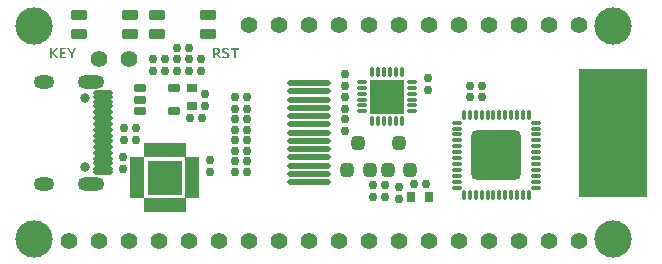
<source format=gts>
G04*
G04 #@! TF.GenerationSoftware,Altium Limited,Altium Designer,21.2.1 (34)*
G04*
G04 Layer_Color=8388736*
%FSLAX25Y25*%
%MOIN*%
G70*
G04*
G04 #@! TF.SameCoordinates,24BC1A3A-2B15-4BCB-8D07-746B5B0C7B57*
G04*
G04*
G04 #@! TF.FilePolarity,Negative*
G04*
G01*
G75*
%ADD36R,0.22500X0.42500*%
G04:AMPARAMS|DCode=37|XSize=166mil|YSize=166mil|CornerRadius=19mil|HoleSize=0mil|Usage=FLASHONLY|Rotation=270.000|XOffset=0mil|YOffset=0mil|HoleType=Round|Shape=RoundedRectangle|*
%AMROUNDEDRECTD37*
21,1,0.16600,0.12800,0,0,270.0*
21,1,0.12800,0.16600,0,0,270.0*
1,1,0.03800,-0.06400,-0.06400*
1,1,0.03800,-0.06400,0.06400*
1,1,0.03800,0.06400,0.06400*
1,1,0.03800,0.06400,-0.06400*
%
%ADD37ROUNDEDRECTD37*%
G04:AMPARAMS|DCode=38|XSize=32.58mil|YSize=15.84mil|CornerRadius=5.46mil|HoleSize=0mil|Usage=FLASHONLY|Rotation=270.000|XOffset=0mil|YOffset=0mil|HoleType=Round|Shape=RoundedRectangle|*
%AMROUNDEDRECTD38*
21,1,0.03258,0.00492,0,0,270.0*
21,1,0.02165,0.01584,0,0,270.0*
1,1,0.01092,-0.00246,-0.01083*
1,1,0.01092,-0.00246,0.01083*
1,1,0.01092,0.00246,0.01083*
1,1,0.01092,0.00246,-0.01083*
%
%ADD38ROUNDEDRECTD38*%
G04:AMPARAMS|DCode=39|XSize=32.58mil|YSize=15.84mil|CornerRadius=5.46mil|HoleSize=0mil|Usage=FLASHONLY|Rotation=0.000|XOffset=0mil|YOffset=0mil|HoleType=Round|Shape=RoundedRectangle|*
%AMROUNDEDRECTD39*
21,1,0.03258,0.00492,0,0,0.0*
21,1,0.02165,0.01584,0,0,0.0*
1,1,0.01092,0.01083,-0.00246*
1,1,0.01092,-0.01083,-0.00246*
1,1,0.01092,-0.01083,0.00246*
1,1,0.01092,0.01083,0.00246*
%
%ADD39ROUNDEDRECTD39*%
G04:AMPARAMS|DCode=40|XSize=26mil|YSize=26mil|CornerRadius=8mil|HoleSize=0mil|Usage=FLASHONLY|Rotation=270.000|XOffset=0mil|YOffset=0mil|HoleType=Round|Shape=RoundedRectangle|*
%AMROUNDEDRECTD40*
21,1,0.02600,0.01000,0,0,270.0*
21,1,0.01000,0.02600,0,0,270.0*
1,1,0.01600,-0.00500,-0.00500*
1,1,0.01600,-0.00500,0.00500*
1,1,0.01600,0.00500,0.00500*
1,1,0.01600,0.00500,-0.00500*
%
%ADD40ROUNDEDRECTD40*%
G04:AMPARAMS|DCode=41|XSize=43.4mil|YSize=45.37mil|CornerRadius=12.35mil|HoleSize=0mil|Usage=FLASHONLY|Rotation=0.000|XOffset=0mil|YOffset=0mil|HoleType=Round|Shape=RoundedRectangle|*
%AMROUNDEDRECTD41*
21,1,0.04340,0.02067,0,0,0.0*
21,1,0.01870,0.04537,0,0,0.0*
1,1,0.02470,0.00935,-0.01034*
1,1,0.02470,-0.00935,-0.01034*
1,1,0.02470,-0.00935,0.01034*
1,1,0.02470,0.00935,0.01034*
%
%ADD41ROUNDEDRECTD41*%
G04:AMPARAMS|DCode=42|XSize=36mil|YSize=28mil|CornerRadius=8.5mil|HoleSize=0mil|Usage=FLASHONLY|Rotation=180.000|XOffset=0mil|YOffset=0mil|HoleType=Round|Shape=RoundedRectangle|*
%AMROUNDEDRECTD42*
21,1,0.03600,0.01100,0,0,180.0*
21,1,0.01900,0.02800,0,0,180.0*
1,1,0.01700,-0.00950,0.00550*
1,1,0.01700,0.00950,0.00550*
1,1,0.01700,0.00950,-0.00550*
1,1,0.01700,-0.00950,-0.00550*
%
%ADD42ROUNDEDRECTD42*%
G04:AMPARAMS|DCode=43|XSize=26mil|YSize=26mil|CornerRadius=8mil|HoleSize=0mil|Usage=FLASHONLY|Rotation=180.000|XOffset=0mil|YOffset=0mil|HoleType=Round|Shape=RoundedRectangle|*
%AMROUNDEDRECTD43*
21,1,0.02600,0.01000,0,0,180.0*
21,1,0.01000,0.02600,0,0,180.0*
1,1,0.01600,-0.00500,0.00500*
1,1,0.01600,0.00500,0.00500*
1,1,0.01600,0.00500,-0.00500*
1,1,0.01600,-0.00500,-0.00500*
%
%ADD43ROUNDEDRECTD43*%
G04:AMPARAMS|DCode=44|XSize=21.75mil|YSize=143.79mil|CornerRadius=6.94mil|HoleSize=0mil|Usage=FLASHONLY|Rotation=270.000|XOffset=0mil|YOffset=0mil|HoleType=Round|Shape=RoundedRectangle|*
%AMROUNDEDRECTD44*
21,1,0.02175,0.12992,0,0,270.0*
21,1,0.00787,0.14379,0,0,270.0*
1,1,0.01387,-0.06496,-0.00394*
1,1,0.01387,-0.06496,0.00394*
1,1,0.01387,0.06496,0.00394*
1,1,0.01387,0.06496,-0.00394*
%
%ADD44ROUNDEDRECTD44*%
%ADD45R,0.11624X0.11230*%
G04:AMPARAMS|DCode=46|XSize=22mil|YSize=48mil|CornerRadius=8mil|HoleSize=0mil|Usage=FLASHONLY|Rotation=90.000|XOffset=0mil|YOffset=0mil|HoleType=Round|Shape=RoundedRectangle|*
%AMROUNDEDRECTD46*
21,1,0.02200,0.03200,0,0,90.0*
21,1,0.00600,0.04800,0,0,90.0*
1,1,0.01600,0.01600,0.00300*
1,1,0.01600,0.01600,-0.00300*
1,1,0.01600,-0.01600,-0.00300*
1,1,0.01600,-0.01600,0.00300*
%
%ADD46ROUNDEDRECTD46*%
G04:AMPARAMS|DCode=47|XSize=22mil|YSize=48mil|CornerRadius=8mil|HoleSize=0mil|Usage=FLASHONLY|Rotation=180.000|XOffset=0mil|YOffset=0mil|HoleType=Round|Shape=RoundedRectangle|*
%AMROUNDEDRECTD47*
21,1,0.02200,0.03200,0,0,180.0*
21,1,0.00600,0.04800,0,0,180.0*
1,1,0.01600,-0.00300,0.01600*
1,1,0.01600,0.00300,0.01600*
1,1,0.01600,0.00300,-0.01600*
1,1,0.01600,-0.00300,-0.01600*
%
%ADD47ROUNDEDRECTD47*%
G04:AMPARAMS|DCode=48|XSize=29.62mil|YSize=41mil|CornerRadius=8.91mil|HoleSize=0mil|Usage=FLASHONLY|Rotation=90.000|XOffset=0mil|YOffset=0mil|HoleType=Round|Shape=RoundedRectangle|*
%AMROUNDEDRECTD48*
21,1,0.02962,0.02319,0,0,90.0*
21,1,0.01181,0.04100,0,0,90.0*
1,1,0.01781,0.01159,0.00591*
1,1,0.01781,0.01159,-0.00591*
1,1,0.01781,-0.01159,-0.00591*
1,1,0.01781,-0.01159,0.00591*
%
%ADD48ROUNDEDRECTD48*%
G04:AMPARAMS|DCode=49|XSize=36mil|YSize=28mil|CornerRadius=8.5mil|HoleSize=0mil|Usage=FLASHONLY|Rotation=270.000|XOffset=0mil|YOffset=0mil|HoleType=Round|Shape=RoundedRectangle|*
%AMROUNDEDRECTD49*
21,1,0.03600,0.01100,0,0,270.0*
21,1,0.01900,0.02800,0,0,270.0*
1,1,0.01700,-0.00550,-0.00950*
1,1,0.01700,-0.00550,0.00950*
1,1,0.01700,0.00550,0.00950*
1,1,0.01700,0.00550,-0.00950*
%
%ADD49ROUNDEDRECTD49*%
G04:AMPARAMS|DCode=50|XSize=37.5mil|YSize=76.87mil|CornerRadius=10.87mil|HoleSize=0mil|Usage=FLASHONLY|Rotation=270.000|XOffset=0mil|YOffset=0mil|HoleType=Round|Shape=RoundedRectangle|*
%AMROUNDEDRECTD50*
21,1,0.03750,0.05512,0,0,270.0*
21,1,0.01575,0.07687,0,0,270.0*
1,1,0.02175,-0.02756,-0.00787*
1,1,0.02175,-0.02756,0.00787*
1,1,0.02175,0.02756,0.00787*
1,1,0.02175,0.02756,-0.00787*
%
%ADD50ROUNDEDRECTD50*%
G04:AMPARAMS|DCode=51|XSize=65.06mil|YSize=17.81mil|CornerRadius=5.95mil|HoleSize=0mil|Usage=FLASHONLY|Rotation=0.000|XOffset=0mil|YOffset=0mil|HoleType=Round|Shape=RoundedRectangle|*
%AMROUNDEDRECTD51*
21,1,0.06506,0.00591,0,0,0.0*
21,1,0.05315,0.01781,0,0,0.0*
1,1,0.01191,0.02657,-0.00295*
1,1,0.01191,-0.02657,-0.00295*
1,1,0.01191,-0.02657,0.00295*
1,1,0.01191,0.02657,0.00295*
%
%ADD51ROUNDEDRECTD51*%
%ADD52R,0.11230X0.11624*%
%ADD53O,0.03356X0.01584*%
%ADD54O,0.01584X0.03356*%
G04:AMPARAMS|DCode=55|XSize=56mil|YSize=36mil|CornerRadius=10.5mil|HoleSize=0mil|Usage=FLASHONLY|Rotation=180.000|XOffset=0mil|YOffset=0mil|HoleType=Round|Shape=RoundedRectangle|*
%AMROUNDEDRECTD55*
21,1,0.05600,0.01500,0,0,180.0*
21,1,0.03500,0.03600,0,0,180.0*
1,1,0.02100,-0.01750,0.00750*
1,1,0.02100,0.01750,0.00750*
1,1,0.02100,0.01750,-0.00750*
1,1,0.02100,-0.01750,-0.00750*
%
%ADD55ROUNDEDRECTD55*%
%ADD56C,0.05600*%
%ADD57C,0.12411*%
%ADD58O,0.08868X0.04537*%
%ADD59O,0.06899X0.04537*%
%ADD60C,0.03159*%
G36*
X20244Y26089D02*
Y24763D01*
X19572D01*
Y26084D01*
X18440Y28237D01*
X19151D01*
X19917Y26639D01*
X20694Y28237D01*
X21376D01*
X20244Y26089D01*
D02*
G37*
G36*
X18002Y27710D02*
X16609D01*
Y26783D01*
X17830D01*
Y26267D01*
X16609D01*
Y25284D01*
X18102D01*
Y24763D01*
X15937D01*
Y28237D01*
X18074D01*
X18002Y27710D01*
D02*
G37*
G36*
X14122Y26650D02*
X15399Y24763D01*
X14639D01*
X13484Y26500D01*
Y26722D01*
X14600Y28237D01*
X15305D01*
X14122Y26650D01*
D02*
G37*
G36*
X13484Y26722D02*
X13407Y26617D01*
X13484Y26500D01*
Y24763D01*
X12813D01*
Y28237D01*
X13484D01*
Y26722D01*
D02*
G37*
G36*
X71339Y28295D02*
X71389D01*
X71450Y28290D01*
X71522Y28279D01*
X71600Y28262D01*
X71683Y28245D01*
X71777Y28223D01*
X71872Y28190D01*
X71972Y28157D01*
X72066Y28112D01*
X72166Y28062D01*
X72266Y28001D01*
X72360Y27929D01*
X72455Y27851D01*
X72110Y27463D01*
X72105Y27468D01*
X72094Y27474D01*
X72072Y27491D01*
X72044Y27507D01*
X72010Y27535D01*
X71972Y27557D01*
X71922Y27585D01*
X71872Y27613D01*
X71750Y27668D01*
X71616Y27718D01*
X71467Y27751D01*
X71389Y27757D01*
X71306Y27763D01*
X71261D01*
X71217Y27757D01*
X71161Y27751D01*
X71095Y27735D01*
X71023Y27718D01*
X70956Y27691D01*
X70895Y27657D01*
X70889Y27652D01*
X70873Y27641D01*
X70845Y27618D01*
X70823Y27585D01*
X70795Y27546D01*
X70767Y27496D01*
X70751Y27441D01*
X70745Y27374D01*
Y27369D01*
Y27358D01*
X70751Y27335D01*
Y27308D01*
X70773Y27241D01*
X70784Y27208D01*
X70806Y27174D01*
X70812Y27169D01*
X70817Y27158D01*
X70834Y27147D01*
X70862Y27124D01*
X70889Y27102D01*
X70928Y27074D01*
X70978Y27047D01*
X71034Y27019D01*
X71039Y27013D01*
X71061Y27008D01*
X71100Y26991D01*
X71150Y26969D01*
X71217Y26947D01*
X71300Y26919D01*
X71394Y26886D01*
X71500Y26852D01*
X71505D01*
X71522Y26847D01*
X71550Y26836D01*
X71583Y26825D01*
X71622Y26808D01*
X71672Y26791D01*
X71783Y26747D01*
X71905Y26691D01*
X72033Y26625D01*
X72155Y26547D01*
X72266Y26458D01*
X72271D01*
X72277Y26447D01*
X72310Y26414D01*
X72355Y26359D01*
X72404Y26281D01*
X72455Y26186D01*
X72493Y26064D01*
X72527Y25926D01*
X72532Y25848D01*
X72538Y25765D01*
Y25759D01*
Y25748D01*
Y25731D01*
Y25709D01*
X72532Y25648D01*
X72515Y25576D01*
X72499Y25487D01*
X72471Y25393D01*
X72432Y25293D01*
X72377Y25199D01*
X72371Y25187D01*
X72349Y25160D01*
X72310Y25115D01*
X72260Y25065D01*
X72194Y25004D01*
X72110Y24943D01*
X72016Y24882D01*
X71911Y24827D01*
X71905D01*
X71899Y24821D01*
X71877Y24816D01*
X71855Y24804D01*
X71827Y24799D01*
X71794Y24788D01*
X71705Y24766D01*
X71600Y24738D01*
X71478Y24721D01*
X71345Y24705D01*
X71195Y24699D01*
X71161D01*
X71117Y24705D01*
X71061D01*
X70995Y24716D01*
X70917Y24727D01*
X70828Y24738D01*
X70734Y24760D01*
X70628Y24788D01*
X70523Y24821D01*
X70418Y24860D01*
X70312Y24904D01*
X70201Y24960D01*
X70096Y25027D01*
X69996Y25104D01*
X69902Y25187D01*
X70262Y25593D01*
X70268Y25587D01*
X70279Y25576D01*
X70301Y25559D01*
X70334Y25537D01*
X70373Y25509D01*
X70418Y25476D01*
X70473Y25448D01*
X70529Y25415D01*
X70595Y25376D01*
X70667Y25348D01*
X70828Y25287D01*
X70912Y25265D01*
X71006Y25249D01*
X71095Y25237D01*
X71195Y25232D01*
X71245D01*
X71295Y25237D01*
X71361Y25249D01*
X71433Y25265D01*
X71511Y25287D01*
X71589Y25315D01*
X71661Y25359D01*
X71666Y25365D01*
X71689Y25382D01*
X71716Y25415D01*
X71755Y25454D01*
X71789Y25509D01*
X71816Y25570D01*
X71838Y25648D01*
X71844Y25731D01*
Y25737D01*
Y25754D01*
Y25781D01*
X71838Y25815D01*
X71822Y25887D01*
X71789Y25959D01*
Y25964D01*
X71777Y25975D01*
X71766Y25992D01*
X71744Y26014D01*
X71722Y26042D01*
X71689Y26070D01*
X71650Y26103D01*
X71600Y26131D01*
X71594Y26136D01*
X71572Y26142D01*
X71544Y26159D01*
X71494Y26181D01*
X71439Y26203D01*
X71367Y26231D01*
X71284Y26259D01*
X71189Y26286D01*
X71184D01*
X71167Y26292D01*
X71134Y26303D01*
X71095Y26320D01*
X71050Y26336D01*
X70995Y26353D01*
X70934Y26375D01*
X70867Y26403D01*
X70728Y26464D01*
X70590Y26531D01*
X70456Y26614D01*
X70395Y26653D01*
X70340Y26697D01*
X70334Y26703D01*
X70329Y26708D01*
X70296Y26741D01*
X70251Y26797D01*
X70201Y26869D01*
X70151Y26963D01*
X70107Y27074D01*
X70074Y27196D01*
X70068Y27269D01*
X70063Y27341D01*
Y27346D01*
Y27352D01*
Y27369D01*
Y27391D01*
X70074Y27441D01*
X70085Y27507D01*
X70101Y27585D01*
X70129Y27674D01*
X70168Y27757D01*
X70218Y27840D01*
X70223Y27851D01*
X70246Y27879D01*
X70284Y27918D01*
X70334Y27968D01*
X70395Y28023D01*
X70468Y28079D01*
X70556Y28129D01*
X70651Y28179D01*
X70656D01*
X70662Y28184D01*
X70679Y28190D01*
X70701Y28196D01*
X70756Y28218D01*
X70834Y28240D01*
X70923Y28262D01*
X71028Y28284D01*
X71145Y28295D01*
X71272Y28301D01*
X71306D01*
X71339Y28295D01*
D02*
G37*
G36*
X75568Y27679D02*
X74602D01*
Y24760D01*
X73931D01*
Y27679D01*
X72915D01*
Y28234D01*
X75635D01*
X75568Y27679D01*
D02*
G37*
G36*
X68242Y28229D02*
X68281D01*
X68370Y28218D01*
X68470Y28201D01*
X68586Y28179D01*
X68708Y28151D01*
X68841Y28107D01*
X68969Y28051D01*
X69091Y27985D01*
X69208Y27901D01*
X69308Y27801D01*
X69397Y27685D01*
X69435Y27618D01*
X69463Y27546D01*
X69491Y27468D01*
X69507Y27391D01*
X69519Y27302D01*
X69524Y27208D01*
Y27202D01*
Y27191D01*
Y27174D01*
X69519Y27147D01*
Y27113D01*
X69513Y27074D01*
X69496Y26991D01*
X69469Y26891D01*
X69430Y26791D01*
X69374Y26686D01*
X69302Y26586D01*
X69291Y26575D01*
X69263Y26547D01*
X69213Y26503D01*
X69152Y26453D01*
X69069Y26397D01*
X68975Y26342D01*
X68869Y26292D01*
X68753Y26248D01*
X69713Y24760D01*
X68975D01*
X68120Y26148D01*
X67831D01*
Y24760D01*
X67165D01*
Y28234D01*
X68214D01*
X68242Y28229D01*
D02*
G37*
%LPC*%
G36*
X68186Y27718D02*
X67831D01*
Y26658D01*
X68253D01*
X68309Y26664D01*
X68381Y26675D01*
X68453Y26691D01*
X68531Y26714D01*
X68603Y26741D01*
X68669Y26786D01*
X68675Y26791D01*
X68697Y26814D01*
X68719Y26841D01*
X68753Y26891D01*
X68780Y26947D01*
X68808Y27019D01*
X68825Y27108D01*
X68830Y27208D01*
Y27213D01*
Y27219D01*
Y27252D01*
X68825Y27302D01*
X68814Y27358D01*
X68792Y27424D01*
X68764Y27485D01*
X68725Y27546D01*
X68675Y27596D01*
X68669Y27602D01*
X68647Y27613D01*
X68608Y27635D01*
X68558Y27657D01*
X68492Y27679D01*
X68409Y27702D01*
X68303Y27713D01*
X68186Y27718D01*
D02*
G37*
%LPD*%
D36*
X200250Y-250D02*
D03*
D37*
X161500Y-7500D02*
D03*
D38*
X172327Y5738D02*
D03*
X170358D02*
D03*
X168390D02*
D03*
X166421D02*
D03*
X164453D02*
D03*
X162484D02*
D03*
X160516D02*
D03*
X158547D02*
D03*
X156579D02*
D03*
X154610D02*
D03*
X152642D02*
D03*
X150673D02*
D03*
Y-20738D02*
D03*
X152642D02*
D03*
X154610D02*
D03*
X156579D02*
D03*
X158547D02*
D03*
X160516D02*
D03*
X162484D02*
D03*
X164453D02*
D03*
X166421D02*
D03*
X168390D02*
D03*
X170358D02*
D03*
X172327D02*
D03*
D39*
X148262Y3327D02*
D03*
Y1358D02*
D03*
Y-610D02*
D03*
Y-2579D02*
D03*
Y-4547D02*
D03*
Y-6516D02*
D03*
Y-8484D02*
D03*
Y-10453D02*
D03*
Y-12421D02*
D03*
Y-14390D02*
D03*
Y-16358D02*
D03*
Y-18327D02*
D03*
X174738D02*
D03*
Y-16358D02*
D03*
Y-14390D02*
D03*
Y-12421D02*
D03*
Y-10453D02*
D03*
Y-8484D02*
D03*
Y-6516D02*
D03*
Y-4547D02*
D03*
Y-2579D02*
D03*
Y-610D02*
D03*
Y1358D02*
D03*
Y3327D02*
D03*
D40*
X55000Y28100D02*
D03*
X59000D02*
D03*
X120500Y-17500D02*
D03*
X124500D02*
D03*
Y-21500D02*
D03*
X120500D02*
D03*
X59500Y5000D02*
D03*
X63500D02*
D03*
X134000Y-17000D02*
D03*
X138000D02*
D03*
X152800Y15389D02*
D03*
X156800D02*
D03*
Y11889D02*
D03*
X152800D02*
D03*
X41500Y-2500D02*
D03*
X37500D02*
D03*
X41500Y1500D02*
D03*
X37500D02*
D03*
X74500Y8000D02*
D03*
X78500D02*
D03*
X55000Y20400D02*
D03*
X59000D02*
D03*
X51000D02*
D03*
X47000D02*
D03*
X55000Y24400D02*
D03*
X59000D02*
D03*
X51000D02*
D03*
X47000D02*
D03*
X74500Y-9500D02*
D03*
X78500D02*
D03*
X74500Y-13000D02*
D03*
X78500D02*
D03*
X74500Y-6000D02*
D03*
X78500D02*
D03*
X74500Y1000D02*
D03*
X78500D02*
D03*
X74500Y4500D02*
D03*
X78500D02*
D03*
X74500Y-2500D02*
D03*
X78500D02*
D03*
X74500Y12000D02*
D03*
X78500D02*
D03*
D41*
X129000Y-3571D02*
D03*
X132740Y-12429D02*
D03*
X125260Y-12429D02*
D03*
X115500Y-3571D02*
D03*
X119240Y-12429D02*
D03*
X111760Y-12429D02*
D03*
D42*
X60000Y15000D02*
D03*
Y9000D02*
D03*
D43*
X64500Y13000D02*
D03*
Y9000D02*
D03*
X37000Y-12000D02*
D03*
Y-8000D02*
D03*
X129000Y-18000D02*
D03*
Y-22000D02*
D03*
X66000Y-13000D02*
D03*
Y-9000D02*
D03*
X111000Y15500D02*
D03*
Y19500D02*
D03*
Y12000D02*
D03*
Y8000D02*
D03*
X138600Y18200D02*
D03*
Y14200D02*
D03*
X111000Y4500D02*
D03*
Y500D02*
D03*
X63000Y20500D02*
D03*
Y24500D02*
D03*
D44*
X99000Y8268D02*
D03*
Y0D02*
D03*
Y-8267D02*
D03*
Y-16535D02*
D03*
Y16536D02*
D03*
Y-11023D02*
D03*
Y-13779D02*
D03*
Y-2756D02*
D03*
Y-5511D02*
D03*
Y5512D02*
D03*
Y2756D02*
D03*
Y13780D02*
D03*
Y11024D02*
D03*
D45*
X51000Y-15000D02*
D03*
D46*
X60150Y-9094D02*
D03*
Y-11063D02*
D03*
Y-13032D02*
D03*
Y-15000D02*
D03*
Y-16969D02*
D03*
Y-18937D02*
D03*
Y-20906D02*
D03*
X41850D02*
D03*
Y-18937D02*
D03*
Y-16969D02*
D03*
Y-15000D02*
D03*
Y-13032D02*
D03*
Y-11063D02*
D03*
Y-9094D02*
D03*
D47*
X56906Y-24150D02*
D03*
X54937D02*
D03*
X52969D02*
D03*
X51000D02*
D03*
X49031D02*
D03*
X47063D02*
D03*
X45094D02*
D03*
Y-5850D02*
D03*
X47063D02*
D03*
X49031D02*
D03*
X51000D02*
D03*
X52969D02*
D03*
X54937D02*
D03*
X56906D02*
D03*
D48*
X42595Y7260D02*
D03*
Y11000D02*
D03*
Y14740D02*
D03*
X53995D02*
D03*
Y7260D02*
D03*
D49*
X139000Y-21500D02*
D03*
X133000D02*
D03*
D50*
X198500Y-10091D02*
D03*
Y10000D02*
D03*
D51*
X30421Y13189D02*
D03*
Y12008D02*
D03*
Y10039D02*
D03*
Y8858D02*
D03*
Y6890D02*
D03*
Y4921D02*
D03*
Y2953D02*
D03*
Y984D02*
D03*
Y-984D02*
D03*
Y-2953D02*
D03*
Y-4921D02*
D03*
Y-6890D02*
D03*
Y-8858D02*
D03*
Y-10039D02*
D03*
Y-12008D02*
D03*
Y-13189D02*
D03*
D52*
X125000Y12000D02*
D03*
D53*
X133268Y16921D02*
D03*
Y14953D02*
D03*
Y12984D02*
D03*
Y11016D02*
D03*
Y9047D02*
D03*
Y7079D02*
D03*
X116732D02*
D03*
Y9047D02*
D03*
Y11016D02*
D03*
Y12984D02*
D03*
Y14953D02*
D03*
Y16921D02*
D03*
D54*
X129921Y3732D02*
D03*
X127953D02*
D03*
X125984D02*
D03*
X124016D02*
D03*
X122047D02*
D03*
X120079D02*
D03*
Y20268D02*
D03*
X122047D02*
D03*
X124016D02*
D03*
X125984D02*
D03*
X127953D02*
D03*
X129921D02*
D03*
D55*
X48500Y32800D02*
D03*
X65500D02*
D03*
X48500Y39200D02*
D03*
X65500D02*
D03*
X22500Y32800D02*
D03*
X39500D02*
D03*
X22500Y39200D02*
D03*
X39500D02*
D03*
D56*
X39000Y24600D02*
D03*
X29000D02*
D03*
X109000Y36000D02*
D03*
X99000D02*
D03*
X159000D02*
D03*
X149000D02*
D03*
X169000D02*
D03*
X189000D02*
D03*
X179000D02*
D03*
X139000D02*
D03*
X119000D02*
D03*
X129000D02*
D03*
X79000D02*
D03*
X89000D02*
D03*
X69000Y-36000D02*
D03*
X109000D02*
D03*
X99000D02*
D03*
X159000D02*
D03*
X149000D02*
D03*
X169000D02*
D03*
X189000D02*
D03*
X179000D02*
D03*
X139000D02*
D03*
X119000D02*
D03*
X129000D02*
D03*
X79000D02*
D03*
X89000D02*
D03*
X59000D02*
D03*
X49000D02*
D03*
X29000D02*
D03*
X39000D02*
D03*
X19000D02*
D03*
D57*
X7500Y35500D02*
D03*
Y-35500D02*
D03*
X200500D02*
D03*
Y35500D02*
D03*
D58*
X26327Y17028D02*
D03*
Y-17028D02*
D03*
D59*
X10579Y17028D02*
D03*
Y-17028D02*
D03*
D60*
X24358Y-11378D02*
D03*
Y11378D02*
D03*
M02*

</source>
